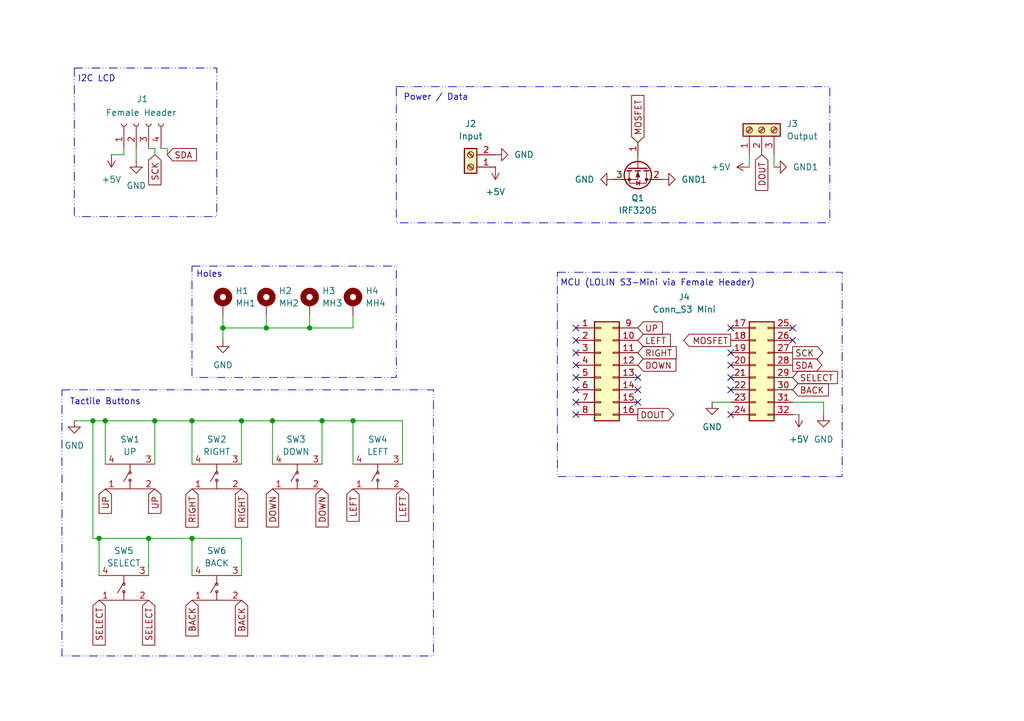
<source format=kicad_sch>
(kicad_sch (version 20231120) (generator "eeschema") (generator_version "8.0")
  (paper "A5")
  (title_block (title "System Control") (date "01.01.2024") (rev "MK1.1") (company "mars3142") (comment 3 "System Control Board for model railway") (comment 4 "Author: Peter Siegmund"))
  (lib_symbols
    (symbol "Connector:Conn_01x04_Socket" (pin_names (offset 1.016) hide)
      (property "Reference" "J" (at 0 5.08 0))
      (property "Value" "Conn_01x04_Socket" (at 0 -7.62 0))
      (symbol "Conn_01x04_Socket_1_1"
        (arc (start 0 -4.572) (mid -0.5058 -5.08) (end 0 -5.588) (stroke (width 0.1524)))
        (arc (start 0 -2.032) (mid -0.5058 -2.54) (end 0 -3.048) (stroke (width 0.1524)))
        (polyline (pts (xy -1.27 -5.08) (xy -0.508 -5.08)) (stroke (width 0.1524)))
        (polyline (pts (xy -1.27 -2.54) (xy -0.508 -2.54)) (stroke (width 0.1524)))
        (polyline (pts (xy -1.27 0) (xy -0.508 0)) (stroke (width 0.1524)))
        (polyline (pts (xy -1.27 2.54) (xy -0.508 2.54)) (stroke (width 0.1524)))
        (arc (start 0 0.508) (mid -0.5058 0) (end 0 -0.508) (stroke (width 0.1524)))
        (arc (start 0 3.048) (mid -0.5058 2.54) (end 0 2.032) (stroke (width 0.1524)))
        (pin passive line (at -5.08 2.54 0) (length 3.81) (name "Pin_1") (number "1"))
        (pin passive line (at -5.08 0 0) (length 3.81) (name "Pin_2") (number "2"))
        (pin passive line (at -5.08 -2.54 0) (length 3.81) (name "Pin_3") (number "3"))
        (pin passive line (at -5.08 -5.08 0) (length 3.81) (name "Pin_4") (number "4"))
      )
    )
    (symbol "Connector:Screw_Terminal_01x02" (pin_names (offset 1.016) hide)
      (property "Reference" "J" (at 0 2.54 0))
      (property "Value" "Screw_Terminal_01x02" (at 0 -5.08 0))
      (symbol "Screw_Terminal_01x02_1_1"
        (rectangle (start -1.27 1.27) (end 1.27 -3.81) (stroke (width 0.254)) (fill (type background)))
        (circle (center 0 -2.54) (radius 0.635) (stroke (width 0.1524)))
        (polyline (pts (xy -0.5334 -2.2098) (xy 0.3302 -3.048)) (stroke (width 0.1524)))
        (polyline (pts (xy -0.5334 0.3302) (xy 0.3302 -0.508)) (stroke (width 0.1524)))
        (polyline (pts (xy -0.3556 -2.032) (xy 0.508 -2.8702)) (stroke (width 0.1524)))
        (polyline (pts (xy -0.3556 0.508) (xy 0.508 -0.3302)) (stroke (width 0.1524)))
        (circle (center 0 0) (radius 0.635) (stroke (width 0.1524)))
        (pin passive line (at -5.08 0 0) (length 3.81) (name "Pin_1") (number "1"))
        (pin passive line (at -5.08 -2.54 0) (length 3.81) (name "Pin_2") (number "2"))
      )
    )
    (symbol "Connector:Screw_Terminal_01x03" (pin_names (offset 1.016) hide)
      (property "Reference" "J" (at 0 5.08 0))
      (property "Value" "Screw_Terminal_01x03" (at 0 -5.08 0))
      (symbol "Screw_Terminal_01x03_1_1"
        (rectangle (start -1.27 3.81) (end 1.27 -3.81) (stroke (width 0.254)) (fill (type background)))
        (circle (center 0 -2.54) (radius 0.635) (stroke (width 0.1524)))
        (polyline (pts (xy -0.5334 -2.2098) (xy 0.3302 -3.048)) (stroke (width 0.1524)))
        (polyline (pts (xy -0.5334 0.3302) (xy 0.3302 -0.508)) (stroke (width 0.1524)))
        (polyline (pts (xy -0.5334 2.8702) (xy 0.3302 2.032)) (stroke (width 0.1524)))
        (polyline (pts (xy -0.3556 -2.032) (xy 0.508 -2.8702)) (stroke (width 0.1524)))
        (polyline (pts (xy -0.3556 0.508) (xy 0.508 -0.3302)) (stroke (width 0.1524)))
        (polyline (pts (xy -0.3556 3.048) (xy 0.508 2.2098)) (stroke (width 0.1524)))
        (circle (center 0 0) (radius 0.635) (stroke (width 0.1524)))
        (circle (center 0 2.54) (radius 0.635) (stroke (width 0.1524)))
        (pin passive line (at -5.08 2.54 0) (length 3.81) (name "Pin_1") (number "1"))
        (pin passive line (at -5.08 0 0) (length 3.81) (name "Pin_2") (number "2"))
        (pin passive line (at -5.08 -2.54 0) (length 3.81) (name "Pin_3") (number "3"))
      )
    )
    (symbol "K2-6639DP-B4SW-04_1" (pin_names hide)
      (property "Reference" "KEY" (at 0 7.62 0))
      (property "Value" "K2-6639DP-B4SW-04" (at 0 -7.62 0))
      (symbol "K2-6639DP-B4SW-04_1_0_1"
        (circle (center 0 -0.76) (radius 0.25))
        (polyline (pts (xy -2.54 -2.54) (xy 2.54 -2.54)))
        (polyline (pts (xy -1.27 -1.02) (xy -0.25 0.76)))
        (polyline (pts (xy 0 -2.54) (xy 0 -1.52)))
        (polyline (pts (xy 0 -1.52) (xy 0 -0.76)))
        (polyline (pts (xy 0 2.54) (xy 0 0.76)))
        (polyline (pts (xy 2.54 2.54) (xy -2.54 2.54)))
        (circle (center 0 0.76) (radius 0.25))
        (pin unspecified line (at -5.08 -2.54 0) (length 2.54) (name "1") (number "1"))
        (pin unspecified line (at 5.08 -2.54 180) (length 2.54) (name "2") (number "2"))
        (pin unspecified line (at 5.08 2.54 180) (length 2.54) (name "3") (number "3"))
        (pin unspecified line (at -5.08 2.54 0) (length 2.54) (name "4") (number "4"))
      )
    )
    (symbol "K2-6639DP-B4SW-04_2" (pin_names hide)
      (property "Reference" "KEY" (at 0 7.62 0))
      (property "Value" "K2-6639DP-B4SW-04" (at 0 -7.62 0))
      (symbol "K2-6639DP-B4SW-04_2_0_1"
        (circle (center 0 -0.76) (radius 0.25))
        (polyline (pts (xy -2.54 -2.54) (xy 2.54 -2.54)))
        (polyline (pts (xy -1.27 -1.02) (xy -0.25 0.76)))
        (polyline (pts (xy 0 -2.54) (xy 0 -1.52)))
        (polyline (pts (xy 0 -1.52) (xy 0 -0.76)))
        (polyline (pts (xy 0 2.54) (xy 0 0.76)))
        (polyline (pts (xy 2.54 2.54) (xy -2.54 2.54)))
        (circle (center 0 0.76) (radius 0.25))
        (pin unspecified line (at -5.08 -2.54 0) (length 2.54) (name "1") (number "1"))
        (pin unspecified line (at 5.08 -2.54 180) (length 2.54) (name "2") (number "2"))
        (pin unspecified line (at 5.08 2.54 180) (length 2.54) (name "3") (number "3"))
        (pin unspecified line (at -5.08 2.54 0) (length 2.54) (name "4") (number "4"))
      )
    )
    (symbol "K2-6639DP-B4SW-04_3" (pin_names hide)
      (property "Reference" "KEY" (at 0 7.62 0))
      (property "Value" "K2-6639DP-B4SW-04" (at 0 -7.62 0))
      (symbol "K2-6639DP-B4SW-04_3_0_1"
        (circle (center 0 -0.76) (radius 0.25))
        (polyline (pts (xy -2.54 -2.54) (xy 2.54 -2.54)))
        (polyline (pts (xy -1.27 -1.02) (xy -0.25 0.76)))
        (polyline (pts (xy 0 -2.54) (xy 0 -1.52)))
        (polyline (pts (xy 0 -1.52) (xy 0 -0.76)))
        (polyline (pts (xy 0 2.54) (xy 0 0.76)))
        (polyline (pts (xy 2.54 2.54) (xy -2.54 2.54)))
        (circle (center 0 0.76) (radius 0.25))
        (pin unspecified line (at -5.08 -2.54 0) (length 2.54) (name "1") (number "1"))
        (pin unspecified line (at 5.08 -2.54 180) (length 2.54) (name "2") (number "2"))
        (pin unspecified line (at 5.08 2.54 180) (length 2.54) (name "3") (number "3"))
        (pin unspecified line (at -5.08 2.54 0) (length 2.54) (name "4") (number "4"))
      )
    )
    (symbol "K2-6639DP-B4SW-04_4" (pin_names hide)
      (property "Reference" "KEY" (at 0 7.62 0))
      (property "Value" "K2-6639DP-B4SW-04" (at 0 -7.62 0))
      (symbol "K2-6639DP-B4SW-04_4_0_1"
        (circle (center 0 -0.76) (radius 0.25))
        (polyline (pts (xy -2.54 -2.54) (xy 2.54 -2.54)))
        (polyline (pts (xy -1.27 -1.02) (xy -0.25 0.76)))
        (polyline (pts (xy 0 -2.54) (xy 0 -1.52)))
        (polyline (pts (xy 0 -1.52) (xy 0 -0.76)))
        (polyline (pts (xy 0 2.54) (xy 0 0.76)))
        (polyline (pts (xy 2.54 2.54) (xy -2.54 2.54)))
        (circle (center 0 0.76) (radius 0.25))
        (pin unspecified line (at -5.08 -2.54 0) (length 2.54) (name "1") (number "1"))
        (pin unspecified line (at 5.08 -2.54 180) (length 2.54) (name "2") (number "2"))
        (pin unspecified line (at 5.08 2.54 180) (length 2.54) (name "3") (number "3"))
        (pin unspecified line (at -5.08 2.54 0) (length 2.54) (name "4") (number "4"))
      )
    )
    (symbol "K2-6639DP-B4SW-04_5" (pin_names hide)
      (property "Reference" "KEY" (at 0 7.62 0))
      (property "Value" "K2-6639DP-B4SW-04" (at 0 -7.62 0))
      (symbol "K2-6639DP-B4SW-04_5_0_1"
        (circle (center 0 -0.76) (radius 0.25))
        (polyline (pts (xy -2.54 -2.54) (xy 2.54 -2.54)))
        (polyline (pts (xy -1.27 -1.02) (xy -0.25 0.76)))
        (polyline (pts (xy 0 -2.54) (xy 0 -1.52)))
        (polyline (pts (xy 0 -1.52) (xy 0 -0.76)))
        (polyline (pts (xy 0 2.54) (xy 0 0.76)))
        (polyline (pts (xy 2.54 2.54) (xy -2.54 2.54)))
        (circle (center 0 0.76) (radius 0.25))
        (pin unspecified line (at -5.08 -2.54 0) (length 2.54) (name "1") (number "1"))
        (pin unspecified line (at 5.08 -2.54 180) (length 2.54) (name "2") (number "2"))
        (pin unspecified line (at 5.08 2.54 180) (length 2.54) (name "3") (number "3"))
        (pin unspecified line (at -5.08 2.54 0) (length 2.54) (name "4") (number "4"))
      )
    )
    (symbol "Mechanical:MountingHole_Pad" (pin_numbers hide) (pin_names (offset 1.016) hide) (exclude_from_sim yes) (in_bom no)
      (property "Reference" "H" (at 0 6.35 0))
      (property "Value" "MountingHole_Pad" (at 0 4.445 0))
      (symbol "MountingHole_Pad_0_1"
        (circle (center 0 1.27) (radius 1.27) (stroke (width 1.27)))
      )
      (symbol "MountingHole_Pad_1_1"
        (pin input line (at 0 -2.54 90) (length 2.54) (name "1") (number "1"))
      )
    )
    (symbol "Transistor_FET:IRF3205" (pin_names hide)
      (property "Reference" "Q" (at 5.08 1.905 0))
      (property "Value" "IRF3205" (at 5.08 0 0))
      (symbol "IRF3205_0_1"
        (polyline (pts (xy 0.254 0) (xy -2.54 0)))
        (polyline (pts (xy 0.254 1.905) (xy 0.254 -1.905)) (stroke (width 0.254)))
        (polyline (pts (xy 0.762 -1.27) (xy 0.762 -2.286)) (stroke (width 0.254)))
        (polyline (pts (xy 0.762 0.508) (xy 0.762 -0.508)) (stroke (width 0.254)))
        (polyline (pts (xy 0.762 2.286) (xy 0.762 1.27)) (stroke (width 0.254)))
        (polyline (pts (xy 2.54 2.54) (xy 2.54 1.778)))
        (polyline (pts (xy 2.54 -2.54) (xy 2.54 0) (xy 0.762 0)))
        (polyline (pts (xy 0.762 -1.778) (xy 3.302 -1.778) (xy 3.302 1.778) (xy 0.762 1.778)))
        (polyline (pts (xy 1.016 0) (xy 2.032 0.381) (xy 2.032 -0.381) (xy 1.016 0)) (fill (type outline)))
        (polyline (pts (xy 2.794 0.508) (xy 2.921 0.381) (xy 3.683 0.381) (xy 3.81 0.254)))
        (polyline (pts (xy 3.302 0.381) (xy 2.921 -0.254) (xy 3.683 -0.254) (xy 3.302 0.381)))
        (circle (center 1.651 0) (radius 2.794) (stroke (width 0.254)))
        (circle (center 2.54 -1.778) (radius 0.254) (fill (type outline)))
        (circle (center 2.54 1.778) (radius 0.254) (fill (type outline)))
      )
      (symbol "IRF3205_1_1"
        (pin input line (at -5.08 0 0) (length 2.54) (name "G") (number "1"))
        (pin passive line (at 2.54 5.08 270) (length 2.54) (name "D") (number "2"))
        (pin passive line (at 2.54 -5.08 90) (length 2.54) (name "S") (number "3"))
      )
    )
    (symbol "easyeda2kicad:K2-6639DP-B4SW-04" (pin_names hide)
      (property "Reference" "KEY" (at 0 7.62 0))
      (property "Value" "K2-6639DP-B4SW-04" (at 0 -7.62 0))
      (symbol "K2-6639DP-B4SW-04_0_1"
        (circle (center 0 -0.76) (radius 0.25))
        (polyline (pts (xy -2.54 -2.54) (xy 2.54 -2.54)))
        (polyline (pts (xy -1.27 -1.02) (xy -0.25 0.76)))
        (polyline (pts (xy 0 -2.54) (xy 0 -1.52)))
        (polyline (pts (xy 0 -1.52) (xy 0 -0.76)))
        (polyline (pts (xy 0 2.54) (xy 0 0.76)))
        (polyline (pts (xy 2.54 2.54) (xy -2.54 2.54)))
        (circle (center 0 0.76) (radius 0.25))
        (pin unspecified line (at -5.08 -2.54 0) (length 2.54) (name "1") (number "1"))
        (pin unspecified line (at 5.08 -2.54 180) (length 2.54) (name "2") (number "2"))
        (pin unspecified line (at 5.08 2.54 180) (length 2.54) (name "3") (number "3"))
        (pin unspecified line (at -5.08 2.54 0) (length 2.54) (name "4") (number "4"))
      )
    )
    (symbol "power:+5V" (power) (pin_numbers hide) (pin_names (offset 0) hide)
      (property "Value" "+5V" (at 0 3.556 0))
      (symbol "+5V_0_1"
        (polyline (pts (xy -0.762 1.27) (xy 0 2.54)))
        (polyline (pts (xy 0 0) (xy 0 2.54)))
        (polyline (pts (xy 0 2.54) (xy 0.762 1.27)))
      )
      (symbol "+5V_1_1"
        (pin power_in line (at 0 0 90) (length 0) (name "~") (number "1"))
      )
    )
    (symbol "power:GND" (power) (pin_numbers hide) (pin_names (offset 0) hide)
      (property "Value" "GND" (at 0 -3.81 0))
      (symbol "GND_0_1"
        (polyline (pts (xy 0 0) (xy 0 -1.27) (xy 1.27 -1.27) (xy 0 -2.54) (xy -1.27 -1.27) (xy 0 -1.27)))
      )
      (symbol "GND_1_1"
        (pin power_in line (at 0 0 270) (length 0) (name "~") (number "1"))
      )
    )
    (symbol "wemos:Conn_S3 Mini" (pin_names (offset 1.016) hide)
      (property "Reference" "J" (at 0 10.668 0))
      (property "Value" "Conn_S3 Mini" (at 0.762 -13.462 0))
      (symbol "Conn_S3 Mini_1_1"
        (rectangle (start -17.78 -10.033) (end -16.51 -10.287) (stroke (width 0.1524)))
        (rectangle (start -17.78 -7.493) (end -16.51 -7.747) (stroke (width 0.1524)))
        (rectangle (start -17.78 -4.953) (end -16.51 -5.207) (stroke (width 0.1524)))
        (rectangle (start -17.78 -2.413) (end -16.51 -2.667) (stroke (width 0.1524)))
        (rectangle (start -17.78 0.127) (end -16.51 -0.127) (stroke (width 0.1524)))
        (rectangle (start -17.78 2.667) (end -16.51 2.413) (stroke (width 0.1524)))
        (rectangle (start -17.78 5.207) (end -16.51 4.953) (stroke (width 0.1524)))
        (rectangle (start -17.78 7.747) (end -16.51 7.493) (stroke (width 0.1524)))
        (rectangle (start -17.78 8.89) (end -12.7 -11.43) (stroke (width 0.254)) (fill (type background)))
        (rectangle (start -13.97 7.747) (end -12.7 7.493) (stroke (width 0.1524)))
        (rectangle (start -12.7 -10.033) (end -13.97 -10.287) (stroke (width 0.1524)))
        (rectangle (start -12.7 -7.493) (end -13.97 -7.747) (stroke (width 0.1524)))
        (rectangle (start -12.7 -4.953) (end -13.97 -5.207) (stroke (width 0.1524)))
        (rectangle (start -12.7 -2.413) (end -13.97 -2.667) (stroke (width 0.1524)))
        (rectangle (start -12.7 0.127) (end -13.97 -0.127) (stroke (width 0.1524)))
        (rectangle (start -12.7 2.667) (end -13.97 2.413) (stroke (width 0.1524)))
        (rectangle (start -12.7 5.207) (end -13.97 4.953) (stroke (width 0.1524)))
        (rectangle (start 13.97 -10.033) (end 15.24 -10.287) (stroke (width 0.1524)))
        (rectangle (start 13.97 -7.493) (end 15.24 -7.747) (stroke (width 0.1524)))
        (rectangle (start 13.97 -4.953) (end 15.24 -5.207) (stroke (width 0.1524)))
        (rectangle (start 13.97 -2.413) (end 15.24 -2.667) (stroke (width 0.1524)))
        (rectangle (start 13.97 0.127) (end 15.24 -0.127) (stroke (width 0.1524)))
        (rectangle (start 13.97 2.667) (end 15.24 2.413) (stroke (width 0.1524)))
        (rectangle (start 13.97 5.207) (end 15.24 4.953) (stroke (width 0.1524)))
        (rectangle (start 13.97 7.747) (end 15.24 7.493) (stroke (width 0.1524)))
        (rectangle (start 13.97 8.89) (end 19.05 -11.43) (stroke (width 0.254)) (fill (type background)))
        (rectangle (start 19.05 -10.033) (end 17.78 -10.287) (stroke (width 0.1524)))
        (rectangle (start 19.05 -7.493) (end 17.78 -7.747) (stroke (width 0.1524)))
        (rectangle (start 19.05 -4.953) (end 17.78 -5.207) (stroke (width 0.1524)))
        (rectangle (start 19.05 -2.413) (end 17.78 -2.667) (stroke (width 0.1524)))
        (rectangle (start 19.05 0.127) (end 17.78 -0.127) (stroke (width 0.1524)))
        (rectangle (start 19.05 2.667) (end 17.78 2.413) (stroke (width 0.1524)))
        (rectangle (start 19.05 5.207) (end 17.78 4.953) (stroke (width 0.1524)))
        (rectangle (start 19.05 7.747) (end 17.78 7.493) (stroke (width 0.1524)))
        (pin passive line (at -21.59 7.62 0) (length 3.81) (name "EN") (number "1"))
        (pin passive line (at -8.89 5.08 180) (length 3.81) (name "IO3") (number "10"))
        (pin passive line (at -8.89 2.54 180) (length 3.81) (name "IO5") (number "11"))
        (pin passive line (at -8.89 0 180) (length 3.81) (name "IO6") (number "12"))
        (pin passive line (at -8.89 -2.54 180) (length 3.81) (name "IO7") (number "13"))
        (pin passive line (at -8.89 -5.08 180) (length 3.81) (name "IO8") (number "14"))
        (pin passive line (at -8.89 -7.62 180) (length 3.81) (name "IO9") (number "15"))
        (pin passive line (at -8.89 -10.16 180) (length 3.81) (name "IO14") (number "16"))
        (pin passive line (at 10.16 7.62 0) (length 3.81) (name "IO33") (number "17"))
        (pin passive line (at 10.16 5.08 0) (length 3.81) (name "IO37") (number "18"))
        (pin passive line (at 10.16 2.54 0) (length 3.81) (name "IO38") (number "19"))
        (pin passive line (at -21.59 5.08 0) (length 3.81) (name "IO2") (number "2"))
        (pin passive line (at 10.16 0 0) (length 3.81) (name "IO34") (number "20"))
        (pin passive line (at 10.16 -2.54 0) (length 3.81) (name "IO21") (number "21"))
        (pin passive line (at 10.16 -5.08 0) (length 3.81) (name "IO17") (number "22"))
        (pin passive line (at 10.16 -7.62 0) (length 3.81) (name "GND") (number "23"))
        (pin passive line (at 10.16 -10.16 0) (length 3.81) (name "IO15") (number "24"))
        (pin passive line (at 22.86 7.62 180) (length 3.81) (name "IO43") (number "25"))
        (pin passive line (at 22.86 5.08 180) (length 3.81) (name "IO44") (number "26"))
        (pin passive line (at 22.86 2.54 180) (length 3.81) (name "IO36") (number "27"))
        (pin passive line (at 22.86 0 180) (length 3.81) (name "IO35") (number "28"))
        (pin passive line (at 22.86 -2.54 180) (length 3.81) (name "IO18") (number "29"))
        (pin passive line (at -21.59 2.54 0) (length 3.81) (name "IO4") (number "3"))
        (pin passive line (at 22.86 -5.08 180) (length 3.81) (name "IO16") (number "30"))
        (pin passive line (at 22.86 -7.62 180) (length 3.81) (name "GND") (number "31"))
        (pin passive line (at 22.86 -10.16 180) (length 3.81) (name "VBUS") (number "32"))
        (pin passive line (at -21.59 0 0) (length 3.81) (name "IO12") (number "4"))
        (pin passive line (at -21.59 -2.54 0) (length 3.81) (name "IO13") (number "5"))
        (pin passive line (at -21.59 -5.08 0) (length 3.81) (name "IO11") (number "6"))
        (pin passive line (at -21.59 -7.62 0) (length 3.81) (name "IO10") (number "7"))
        (pin passive line (at -21.59 -10.16 0) (length 3.81) (name "+3V3") (number "8"))
        (pin passive line (at -8.89 7.62 180) (length 3.81) (name "IO1") (number "9"))
      )
    )
  )
  (junction (at 45.72 67.31))
  (junction (at 30.48 110.49))
  (junction (at 39.37 110.49))
  (junction (at 39.37 86.36))
  (junction (at 72.39 86.36))
  (junction (at 66.04 86.36))
  (junction (at 63.5 67.31))
  (junction (at 19.05 86.36))
  (junction (at 55.88 86.36))
  (junction (at 49.53 86.36))
  (junction (at 21.59 86.36))
  (junction (at 31.75 86.36))
  (junction (at 20.32 110.49))
  (junction (at 54.61 67.31))
  (no_connect (at 118.11 80.01))
  (no_connect (at 149.86 85.09))
  (no_connect (at 118.11 85.09))
  (no_connect (at 149.86 80.01))
  (no_connect (at 162.56 67.31))
  (no_connect (at 118.11 82.55))
  (no_connect (at 149.86 74.93))
  (no_connect (at 149.86 72.39))
  (no_connect (at 118.11 72.39))
  (no_connect (at 118.11 77.47))
  (no_connect (at 118.11 69.85))
  (no_connect (at 162.56 69.85))
  (no_connect (at 118.11 67.31))
  (no_connect (at 130.81 82.55))
  (no_connect (at 149.86 67.31))
  (no_connect (at 130.81 80.01))
  (no_connect (at 118.11 74.93))
  (no_connect (at 149.86 77.47))
  (no_connect (at 130.81 77.47))
  (wire (pts (xy 20.32 110.49) (xy 20.32 118.11)))
  (wire (pts (xy 20.32 110.49) (xy 19.05 110.49)))
  (wire (pts (xy 54.61 67.31) (xy 63.5 67.31)))
  (wire (pts (xy 22.86 31.75) (xy 25.4 31.75)))
  (wire (pts (xy 30.48 30.48) (xy 31.75 30.48)))
  (wire (pts (xy 21.59 86.36) (xy 31.75 86.36)))
  (wire (pts (xy 66.04 86.36) (xy 66.04 95.25)))
  (wire (pts (xy 39.37 110.49) (xy 30.48 110.49)))
  (wire (pts (xy 39.37 110.49) (xy 39.37 118.11)))
  (wire (pts (xy 34.29 30.48) (xy 34.29 31.75)))
  (wire (pts (xy 19.05 86.36) (xy 21.59 86.36)))
  (wire (pts (xy 82.55 95.25) (xy 82.55 86.36)))
  (wire (pts (xy 153.67 31.75) (xy 153.67 34.29)))
  (wire (pts (xy 72.39 86.36) (xy 82.55 86.36)))
  (wire (pts (xy 54.61 64.77) (xy 54.61 67.31)))
  (wire (pts (xy 49.53 110.49) (xy 39.37 110.49)))
  (wire (pts (xy 39.37 86.36) (xy 39.37 95.25)))
  (wire (pts (xy 63.5 64.77) (xy 63.5 67.31)))
  (wire (pts (xy 19.05 86.36) (xy 19.05 110.49)))
  (wire (pts (xy 45.72 67.31) (xy 54.61 67.31)))
  (wire (pts (xy 66.04 86.36) (xy 72.39 86.36)))
  (wire (pts (xy 72.39 86.36) (xy 72.39 95.25)))
  (wire (pts (xy 55.88 86.36) (xy 66.04 86.36)))
  (wire (pts (xy 168.91 82.55) (xy 162.56 82.55)))
  (wire (pts (xy 49.53 86.36) (xy 49.53 95.25)))
  (wire (pts (xy 168.91 85.09) (xy 168.91 82.55)))
  (wire (pts (xy 39.37 86.36) (xy 49.53 86.36)))
  (wire (pts (xy 72.39 64.77) (xy 72.39 67.31)))
  (wire (pts (xy 158.75 31.75) (xy 158.75 34.29)))
  (wire (pts (xy 25.4 30.48) (xy 25.4 31.75)))
  (wire (pts (xy 31.75 86.36) (xy 39.37 86.36)))
  (wire (pts (xy 15.24 86.36) (xy 19.05 86.36)))
  (wire (pts (xy 146.05 82.55) (xy 149.86 82.55)))
  (wire (pts (xy 55.88 86.36) (xy 55.88 95.25)))
  (wire (pts (xy 45.72 64.77) (xy 45.72 67.31)))
  (wire (pts (xy 30.48 110.49) (xy 30.48 118.11)))
  (wire (pts (xy 21.59 86.36) (xy 21.59 95.25)))
  (wire (pts (xy 45.72 67.31) (xy 45.72 69.85)))
  (wire (pts (xy 31.75 30.48) (xy 31.75 31.75)))
  (wire (pts (xy 49.53 86.36) (xy 55.88 86.36)))
  (wire (pts (xy 31.75 95.25) (xy 31.75 86.36)))
  (wire (pts (xy 33.02 30.48) (xy 34.29 30.48)))
  (wire (pts (xy 63.5 67.31) (xy 72.39 67.31)))
  (wire (pts (xy 49.53 118.11) (xy 49.53 110.49)))
  (wire (pts (xy 30.48 110.49) (xy 20.32 110.49)))
  (wire (pts (xy 163.83 85.09) (xy 162.56 85.09)))
  (wire (pts (xy 27.94 30.48) (xy 27.94 33.02)))
  (rectangle (start 12.7 80.01) (end 88.9 134.62) (stroke (width 0) (type dash_dot_dot)))
  (rectangle (start 81.28 17.78) (end 170.18 45.72) (stroke (width 0) (type dash_dot_dot)))
  (rectangle (start 114.3 55.88) (end 172.72 97.79) (stroke (width 0) (type dash_dot_dot)))
  (rectangle (start 15.24 13.97) (end 44.45 44.45) (stroke (width 0) (type dash_dot_dot)))
  (rectangle (start 39.37 54.61) (end 81.28 77.47) (stroke (width 0) (type dash_dot_dot)))
  (text "MCU (LOLIN S3-Mini via Female Header)" (at 134.874 58.166 0) (effects (font (size 1.27 1.27))))
  (text "Holes" (at 42.926 56.388 0) (effects (font (size 1.27 1.27))))
  (text "Power / Data" (at 89.408 20.066 0) (effects (font (size 1.27 1.27))))
  (text "Tactile Buttons" (at 21.59 82.55 0) (effects (font (size 1.27 1.27))))
  (text "I2C LCD" (at 19.812 16.256 0) (effects (font (size 1.27 1.27))))
  (global_label "BACK" (shape input) (at 162.56 80.01 0) (property "Intersheetrefs" "${INTERSHEET_REFS}" (effects (hide yes))))
  (global_label "BACK" (shape input) (at 49.53 123.19 270) (property "Intersheetrefs" "${INTERSHEET_REFS}" (effects (hide yes))))
  (global_label "RIGHT" (shape input) (at 49.53 100.33 270) (property "Intersheetrefs" "${INTERSHEET_REFS}" (effects (hide yes))))
  (global_label "UP" (shape input) (at 130.81 67.31 0) (property "Intersheetrefs" "${INTERSHEET_REFS}" (effects (hide yes))))
  (global_label "SELECT" (shape input) (at 30.48 123.19 270) (property "Intersheetrefs" "${INTERSHEET_REFS}" (effects (hide yes))))
  (global_label "SDA" (shape input) (at 34.29 31.75 0) (property "Intersheetrefs" "${INTERSHEET_REFS}" (effects (hide yes))))
  (global_label "SCK" (shape input) (at 31.75 31.75 270) (property "Intersheetrefs" "${INTERSHEET_REFS}" (effects (hide yes))))
  (global_label "UP" (shape input) (at 31.75 100.33 270) (property "Intersheetrefs" "${INTERSHEET_REFS}" (effects (hide yes))))
  (global_label "LEFT" (shape input) (at 72.39 100.33 270) (property "Intersheetrefs" "${INTERSHEET_REFS}" (effects (hide yes))))
  (global_label "DOUT" (shape input) (at 156.21 31.75 270) (property "Intersheetrefs" "${INTERSHEET_REFS}" (effects (hide yes))))
  (global_label "MOSFET" (shape output) (at 149.86 69.85 180) (property "Intersheetrefs" "${INTERSHEET_REFS}" (effects (hide yes))))
  (global_label "MOSFET" (shape input) (at 130.81 29.21 90) (property "Intersheetrefs" "${INTERSHEET_REFS}" (effects (hide yes))))
  (global_label "DOWN" (shape input) (at 66.04 100.33 270) (property "Intersheetrefs" "${INTERSHEET_REFS}" (effects (hide yes))))
  (global_label "LEFT" (shape input) (at 82.55 100.33 270) (property "Intersheetrefs" "${INTERSHEET_REFS}" (effects (hide yes))))
  (global_label "UP" (shape input) (at 21.59 100.33 270) (property "Intersheetrefs" "${INTERSHEET_REFS}" (effects (hide yes))))
  (global_label "DOUT" (shape output) (at 130.81 85.09 0) (property "Intersheetrefs" "${INTERSHEET_REFS}" (effects (hide yes))))
  (global_label "SELECT" (shape input) (at 162.56 77.47 0) (property "Intersheetrefs" "${INTERSHEET_REFS}" (effects (hide yes))))
  (global_label "BACK" (shape input) (at 39.37 123.19 270) (property "Intersheetrefs" "${INTERSHEET_REFS}" (effects (hide yes))))
  (global_label "RIGHT" (shape input) (at 130.81 72.39 0) (property "Intersheetrefs" "${INTERSHEET_REFS}" (effects (hide yes))))
  (global_label "DOWN" (shape input) (at 130.81 74.93 0) (property "Intersheetrefs" "${INTERSHEET_REFS}" (effects (hide yes))))
  (global_label "SELECT" (shape input) (at 20.32 123.19 270) (property "Intersheetrefs" "${INTERSHEET_REFS}" (effects (hide yes))))
  (global_label "SCK" (shape output) (at 162.56 72.39 0) (property "Intersheetrefs" "${INTERSHEET_REFS}" (effects (hide yes))))
  (global_label "DOWN" (shape input) (at 55.88 100.33 270) (property "Intersheetrefs" "${INTERSHEET_REFS}" (effects (hide yes))))
  (global_label "RIGHT" (shape input) (at 39.37 100.33 270) (property "Intersheetrefs" "${INTERSHEET_REFS}" (effects (hide yes))))
  (global_label "SDA" (shape output) (at 162.56 74.93 0) (property "Intersheetrefs" "${INTERSHEET_REFS}" (effects (hide yes))))
  (global_label "LEFT" (shape input) (at 130.81 69.85 0) (property "Intersheetrefs" "${INTERSHEET_REFS}" (effects (hide yes))))
  (symbol (lib_name "K2-6639DP-B4SW-04_5") (lib_id "easyeda2kicad:K2-6639DP-B4SW-04") (at 25.4 120.65 0) (unit 1)
    (property "Reference" "SW5" (at 25.4 113.03 0))
    (property "Value" "SELECT" (at 25.4 115.57 0))
    (property "Footprint" "easyeda2kicad:KEY-TH_4P-L6.0-W6.0-P3.90-LS7.8" (effects (hide yes)))
    (property "Datasheet" "https://lcsc.com/product-detail/Tactile-Switches_6x6x4-5mm_C83205.html" (effects (hide yes)))
    (property "Description" "Push button switch, generic, separate symbols, four pins" (effects (hide yes)))
    (property "LCSC Part" "C83205" (effects (hide yes)))
  )
  (symbol (lib_id "Mechanical:MountingHole_Pad") (at 72.39 62.23 0) (unit 1) (exclude_from_sim yes) (in_bom no)
    (property "Reference" "H4" (at 74.93 59.6899 0) (effects (justify left)))
    (property "Value" "MH4" (at 74.93 62.2299 0) (effects (justify left)))
    (property "Footprint" "MountingHole:MountingHole_2.2mm_M2_Pad_Via" (effects (hide yes)))
    (property "Description" "Mounting Hole with connection" (effects (hide yes)))
  )
  (symbol (lib_id "Mechanical:MountingHole_Pad") (at 54.61 62.23 0) (unit 1) (exclude_from_sim yes) (in_bom no)
    (property "Reference" "H2" (at 57.15 59.6899 0) (effects (justify left)))
    (property "Value" "MH2" (at 57.15 62.2299 0) (effects (justify left)))
    (property "Footprint" "MountingHole:MountingHole_2.2mm_M2_Pad_Via" (effects (hide yes)))
    (property "Description" "Mounting Hole with connection" (effects (hide yes)))
  )
  (symbol (lib_id "power:+5V") (at 22.86 31.75 180) (unit 1)
    (property "Reference" "#PWR014" (effects (hide yes)))
    (property "Value" "+5V" (at 22.86 36.83 0))
    (property "Description" "Power symbol creates a global label with name \"+5V\"" (effects (hide yes)))
  )
  (symbol (lib_name "K2-6639DP-B4SW-04_3") (lib_id "easyeda2kicad:K2-6639DP-B4SW-04") (at 60.96 97.79 0) (unit 1)
    (property "Reference" "SW3" (at 60.706 90.17 0))
    (property "Value" "DOWN" (at 60.706 92.71 0))
    (property "Footprint" "easyeda2kicad:KEY-TH_4P-L6.0-W6.0-P3.90-LS7.8" (effects (hide yes)))
    (property "Datasheet" "https://lcsc.com/product-detail/Tactile-Switches_6x6x4-5mm_C83205.html" (effects (hide yes)))
    (property "Description" "Push button switch, generic, separate symbols, four pins" (effects (hide yes)))
    (property "LCSC Part" "C83205" (effects (hide yes)))
  )
  (symbol (lib_id "power:GND") (at 125.73 36.83 270) (unit 1)
    (property "Reference" "#PWR017" (effects (hide yes)))
    (property "Value" "GND" (at 121.92 36.8299 90) (effects (justify right)))
    (property "Description" "Power symbol creates a global label with name \"GND\" , ground" (effects (hide yes)))
  )
  (symbol (lib_name "K2-6639DP-B4SW-04_1") (lib_id "easyeda2kicad:K2-6639DP-B4SW-04") (at 26.67 97.79 0) (unit 1)
    (property "Reference" "SW1" (at 26.67 90.17 0))
    (property "Value" "UP" (at 26.67 92.71 0))
    (property "Footprint" "easyeda2kicad:KEY-TH_4P-L6.0-W6.0-P3.90-LS7.8" (effects (hide yes)))
    (property "Datasheet" "https://lcsc.com/product-detail/Tactile-Switches_6x6x4-5mm_C83205.html" (effects (hide yes)))
    (property "Description" "Push button switch, generic, separate symbols, four pins" (effects (hide yes)))
    (property "LCSC Part" "C83205" (effects (hide yes)))
  )
  (symbol (lib_id "Connector:Screw_Terminal_01x03") (at 156.21 26.67 90) (unit 1)
    (property "Reference" "J3" (at 161.29 25.3999 90) (effects (justify right)))
    (property "Value" "Output" (at 161.29 27.9399 90) (effects (justify right)))
    (property "Footprint" "TerminalBlock_Phoenix:TerminalBlock_Phoenix_MKDS-1,5-3_1x03_P5.00mm_Horizontal" (effects (hide yes)))
    (property "Description" "Generic screw terminal, single row, 01x03, script generated (kicad-library-utils/schlib/autogen/connector/)" (effects (hide yes)))
    (property "LCSC Part" "C5188435" (effects (hide yes)))
  )
  (symbol (lib_id "power:GND") (at 158.75 34.29 90) (unit 1)
    (property "Reference" "#PWR06" (effects (hide yes)))
    (property "Value" "GND1" (at 162.56 34.29 90) (effects (justify right)))
    (property "Description" "Power symbol creates a global label with name \"GND\" , ground" (effects (hide yes)))
  )
  (symbol (lib_id "power:+5V") (at 101.6 34.29 180) (unit 1)
    (property "Reference" "#PWR015" (effects (hide yes)))
    (property "Value" "+5V" (at 101.6 39.37 0))
    (property "Description" "Power symbol creates a global label with name \"+5V\"" (effects (hide yes)))
  )
  (symbol (lib_id "power:GND") (at 45.72 69.85 0) (unit 1)
    (property "Reference" "#PWR07" (effects (hide yes)))
    (property "Value" "GND" (at 45.72 74.93 0))
    (property "Description" "Power symbol creates a global label with name \"GND\" , ground" (effects (hide yes)))
  )
  (symbol (lib_id "power:GND") (at 15.24 86.36 0) (unit 1)
    (property "Reference" "#PWR08" (effects (hide yes)))
    (property "Value" "GND" (at 15.24 91.44 0))
    (property "Description" "Power symbol creates a global label with name \"GND\" , ground" (effects (hide yes)))
  )
  (symbol (lib_id "wemos:Conn_S3 Mini") (at 139.7 74.93 0) (unit 1)
    (property "Reference" "J4" (at 140.335 60.96 0))
    (property "Value" "Conn_S3 Mini" (at 140.335 63.5 0))
    (property "Footprint" "wemos:PinSocket_S3 Mini" (effects (hide yes)))
    (property "Description" "Connector for S3 Mini" (effects (hide yes)))
    (property "LCSC Part" "C18722935" (effects (hide yes)))
  )
  (symbol (lib_id "power:GND") (at 168.91 85.09 0) (unit 1)
    (property "Reference" "#PWR01" (effects (hide yes)))
    (property "Value" "GND" (at 168.91 90.17 0))
    (property "Description" "Power symbol creates a global label with name \"GND\" , ground" (effects (hide yes)))
  )
  (symbol (lib_id "power:GND") (at 27.94 33.02 0) (unit 1)
    (property "Reference" "#PWR02" (effects (hide yes)))
    (property "Value" "GND" (at 27.94 38.1 0))
    (property "Description" "Power symbol creates a global label with name \"GND\" , ground" (effects (hide yes)))
  )
  (symbol (lib_name "K2-6639DP-B4SW-04_2") (lib_id "easyeda2kicad:K2-6639DP-B4SW-04") (at 44.45 97.79 0) (unit 1)
    (property "Reference" "SW2" (at 44.45 90.17 0))
    (property "Value" "RIGHT" (at 44.45 92.71 0))
    (property "Footprint" "easyeda2kicad:KEY-TH_4P-L6.0-W6.0-P3.90-LS7.8" (effects (hide yes)))
    (property "Datasheet" "https://lcsc.com/product-detail/Tactile-Switches_6x6x4-5mm_C83205.html" (effects (hide yes)))
    (property "Description" "Push button switch, generic, separate symbols, four pins" (effects (hide yes)))
    (property "LCSC Part" "C83205" (effects (hide yes)))
  )
  (symbol (lib_id "power:+5V") (at 163.83 85.09 180) (unit 1)
    (property "Reference" "#PWR05" (effects (hide yes)))
    (property "Value" "+5V" (at 163.83 90.17 0))
    (property "Description" "Power symbol creates a global label with name \"+5V\"" (effects (hide yes)))
  )
  (symbol (lib_id "power:GND") (at 101.6 31.75 90) (unit 1)
    (property "Reference" "#PWR04" (effects (hide yes)))
    (property "Value" "GND" (at 105.41 31.7499 90) (effects (justify right)))
    (property "Description" "Power symbol creates a global label with name \"GND\" , ground" (effects (hide yes)))
  )
  (symbol (lib_id "Mechanical:MountingHole_Pad") (at 63.5 62.23 0) (unit 1) (exclude_from_sim yes) (in_bom no)
    (property "Reference" "H3" (at 66.04 59.6899 0) (effects (justify left)))
    (property "Value" "MH3" (at 66.04 62.2299 0) (effects (justify left)))
    (property "Footprint" "MountingHole:MountingHole_2.2mm_M2_Pad_Via" (effects (hide yes)))
    (property "Description" "Mounting Hole with connection" (effects (hide yes)))
  )
  (symbol (lib_id "power:GND") (at 135.89 36.83 90) (unit 1)
    (property "Reference" "#PWR018" (effects (hide yes)))
    (property "Value" "GND1" (at 139.7 36.8299 90) (effects (justify right)))
    (property "Description" "Power symbol creates a global label with name \"GND\" , ground" (effects (hide yes)))
  )
  (symbol (lib_id "Connector:Screw_Terminal_01x02") (at 96.52 34.29 180) (unit 1)
    (property "Reference" "J2" (at 96.52 25.4 0))
    (property "Value" "Input" (at 96.52 27.94 0))
    (property "Footprint" "TerminalBlock_Phoenix:TerminalBlock_Phoenix_MKDS-1,5-2_1x02_P5.00mm_Horizontal" (effects (hide yes)))
    (property "Description" "Generic screw terminal, single row, 01x02, script generated (kicad-library-utils/schlib/autogen/connector/)" (effects (hide yes)))
    (property "LCSC Part" "C5188434" (effects (hide yes)))
  )
  (symbol (lib_id "Mechanical:MountingHole_Pad") (at 45.72 62.23 0) (unit 1) (exclude_from_sim yes) (in_bom no)
    (property "Reference" "H1" (at 48.26 59.6899 0) (effects (justify left)))
    (property "Value" "MH1" (at 48.26 62.2299 0) (effects (justify left)))
    (property "Footprint" "MountingHole:MountingHole_2.2mm_M2_Pad_Via" (effects (hide yes)))
    (property "Description" "Mounting Hole with connection" (effects (hide yes)))
  )
  (symbol (lib_id "power:+5V") (at 153.67 34.29 90) (unit 1)
    (property "Reference" "#PWR016" (effects (hide yes)))
    (property "Value" "+5V" (at 149.86 34.2899 90) (effects (justify left)))
    (property "Description" "Power symbol creates a global label with name \"+5V\"" (effects (hide yes)))
  )
  (symbol (lib_id "power:GND") (at 146.05 82.55 0) (unit 1)
    (property "Reference" "#PWR03" (effects (hide yes)))
    (property "Value" "GND" (at 146.05 87.63 0))
    (property "Description" "Power symbol creates a global label with name \"GND\" , ground" (effects (hide yes)))
  )
  (symbol (lib_id "Connector:Conn_01x04_Socket") (at 27.94 25.4 90) (unit 1)
    (property "Reference" "J1" (at 29.21 20.32 90))
    (property "Value" "Female Header" (at 28.956 23.114 90))
    (property "Footprint" "Connector_PinSocket_2.54mm:PinSocket_1x04_P2.54mm_Vertical" (effects (hide yes)))
    (property "Description" "Generic connector, single row, 01x04, script generated" (effects (hide yes)))
    (property "LCSC" "C5116530" (effects (hide yes)))
  )
  (symbol (lib_id "Transistor_FET:IRF3205") (at 130.81 34.29 270) (unit 1)
    (property "Reference" "Q1" (at 130.81 40.64 90))
    (property "Value" "IRF3205" (at 130.81 43.18 90))
    (property "Footprint" "Package_TO_SOT_THT:TO-220-3_Vertical" (effects (hide yes)))
    (property "Datasheet" "http://www.irf.com/product-info/datasheets/data/irf3205.pdf" (effects (hide yes)))
    (property "Description" "110A Id, 55V Vds, Single N-Channel HEXFET Power MOSFET, 8mOhm Ron, TO-220AB" (effects (hide yes)))
  )
  (symbol (lib_id "easyeda2kicad:K2-6639DP-B4SW-04") (at 44.45 120.65 0) (unit 1)
    (property "Reference" "SW6" (at 44.45 113.03 0))
    (property "Value" "BACK" (at 44.45 115.57 0))
    (property "Footprint" "easyeda2kicad:KEY-TH_4P-L6.0-W6.0-P3.90-LS7.8" (effects (hide yes)))
    (property "Datasheet" "https://lcsc.com/product-detail/Tactile-Switches_6x6x4-5mm_C83205.html" (effects (hide yes)))
    (property "Description" "Push button switch, generic, separate symbols, four pins" (effects (hide yes)))
    (property "LCSC Part" "C83205" (effects (hide yes)))
  )
  (symbol (lib_name "K2-6639DP-B4SW-04_4") (lib_id "easyeda2kicad:K2-6639DP-B4SW-04") (at 77.47 97.79 0) (unit 1)
    (property "Reference" "SW4" (at 77.47 90.17 0))
    (property "Value" "LEFT" (at 77.47 92.71 0))
    (property "Footprint" "easyeda2kicad:KEY-TH_4P-L6.0-W6.0-P3.90-LS7.8" (effects (hide yes)))
    (property "Datasheet" "https://lcsc.com/product-detail/Tactile-Switches_6x6x4-5mm_C83205.html" (effects (hide yes)))
    (property "Description" "Push button switch, generic, separate symbols, four pins" (effects (hide yes)))
    (property "LCSC" "C83205" (effects (hide yes)))
    (property "LCSC Part" "C83205" (effects (hide yes)))
  )
)
</source>
